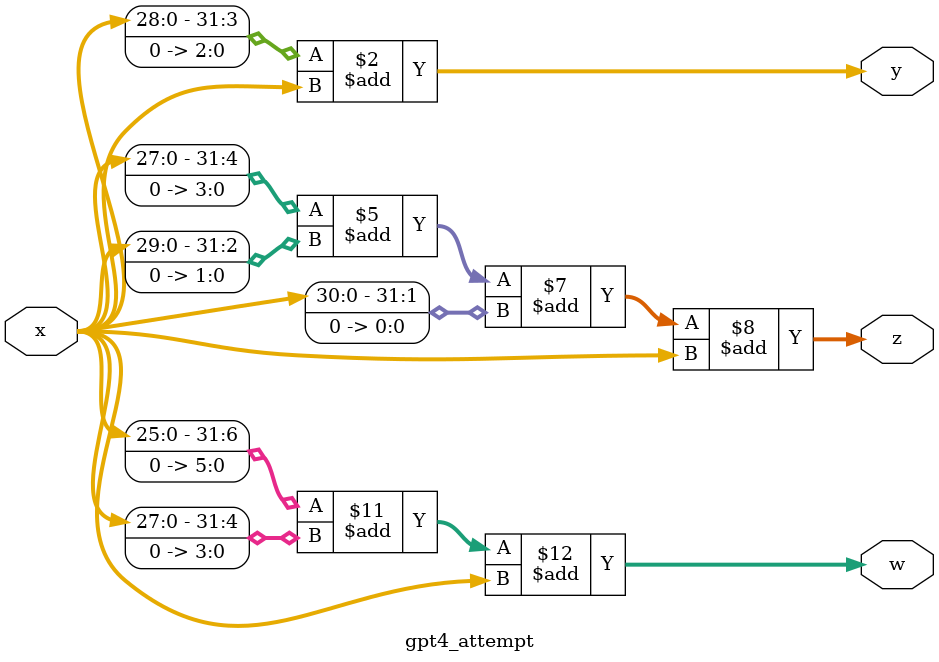
<source format=v>

module gpt4_attempt(
    input [31:0] x,
    output [31:0] y,
    output [31:0] z,
    output [31:0] w
);

// Optimized multiplication using shifts and additions
assign y = (x << 3) + x; // y = 9*x, as 9 = 8+1
assign z = (x << 4) + (x << 2) + (x << 1) + x; // z = 23*x, as 23 = 16+4+2+1
assign w = (x << 6) + (x << 4) + x; // w = 81*x, as 81 = 64+16+1

endmodule

</source>
